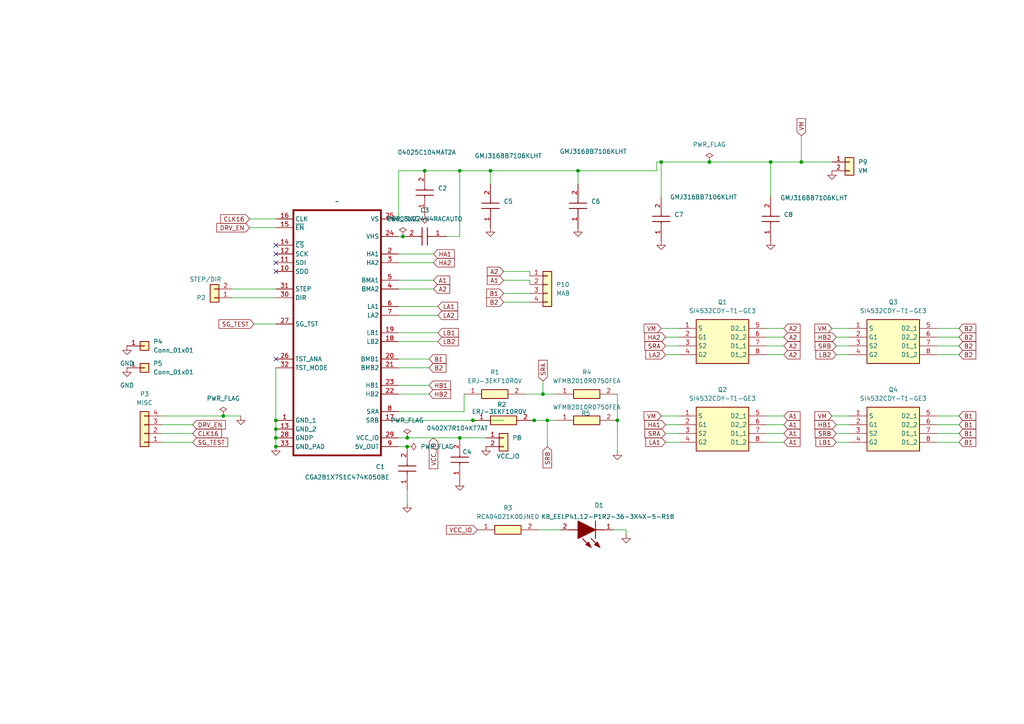
<source format=kicad_sch>
(kicad_sch (version 20231120) (generator "eeschema") (generator_version "8.0")
  (paper "A4")
  (lib_symbols
    (symbol "04025C104MAT2A:04025C104MAT2A" (pin_names hide)
      (property "Reference" "C" (at 8.89 6.35 0))
      (property "Value" "04025C104MAT2A" (at 8.89 3.81 0))
      (symbol "04025C104MAT2A_1_1"
        (polyline (pts (xy 5.08 0) (xy 5.588 0)) (stroke (width 0.254)))
        (polyline (pts (xy 5.588 2.54) (xy 5.588 -2.54)) (stroke (width 0.254)))
        (polyline (pts (xy 7.112 0) (xy 7.62 0)) (stroke (width 0.254)))
        (polyline (pts (xy 7.112 2.54) (xy 7.112 -2.54)) (stroke (width 0.254)))
        (pin passive line (at 0 0 0) (length 5.08) (name "1") (number "1"))
        (pin passive line (at 12.7 0 180) (length 5.08) (name "2") (number "2"))
      )
    )
    (symbol "0402X7R104KT7AT:0402X7R104KT7AT" (pin_names hide)
      (property "Reference" "C" (at 8.89 6.35 0))
      (property "Value" "0402X7R104KT7AT" (at 8.89 3.81 0))
      (symbol "0402X7R104KT7AT_1_1"
        (polyline (pts (xy 5.08 0) (xy 5.588 0)) (stroke (width 0.254)))
        (polyline (pts (xy 5.588 2.54) (xy 5.588 -2.54)) (stroke (width 0.254)))
        (polyline (pts (xy 7.112 0) (xy 7.62 0)) (stroke (width 0.254)))
        (polyline (pts (xy 7.112 2.54) (xy 7.112 -2.54)) (stroke (width 0.254)))
        (pin passive line (at 0 0 0) (length 5.08) (name "1") (number "1"))
        (pin passive line (at 12.7 0 180) (length 5.08) (name "2") (number "2"))
      )
    )
    (symbol "C0603X224K4RACAUTO:C0603X224K4RACAUTO" (pin_names hide)
      (property "Reference" "C" (at 8.89 6.35 0))
      (property "Value" "C0603X224K4RACAUTO" (at 8.89 3.81 0))
      (symbol "C0603X224K4RACAUTO_1_1"
        (polyline (pts (xy 5.08 0) (xy 5.588 0)) (stroke (width 0.254)))
        (polyline (pts (xy 5.588 2.54) (xy 5.588 -2.54)) (stroke (width 0.254)))
        (polyline (pts (xy 7.112 0) (xy 7.62 0)) (stroke (width 0.254)))
        (polyline (pts (xy 7.112 2.54) (xy 7.112 -2.54)) (stroke (width 0.254)))
        (pin passive line (at 0 0 0) (length 5.08) (name "1") (number "1"))
        (pin passive line (at 12.7 0 180) (length 5.08) (name "2") (number "2"))
      )
    )
    (symbol "CGA2B1X7S1C474K050BE:CGA2B1X7S1C474K050BE" (pin_names hide)
      (property "Reference" "C" (at 8.89 6.35 0))
      (property "Value" "CGA2B1X7S1C474K050BE" (at 8.89 3.81 0))
      (symbol "CGA2B1X7S1C474K050BE_1_1"
        (polyline (pts (xy 5.08 0) (xy 5.588 0)) (stroke (width 0.254)))
        (polyline (pts (xy 5.588 2.54) (xy 5.588 -2.54)) (stroke (width 0.254)))
        (polyline (pts (xy 7.112 0) (xy 7.62 0)) (stroke (width 0.254)))
        (polyline (pts (xy 7.112 2.54) (xy 7.112 -2.54)) (stroke (width 0.254)))
        (pin passive line (at 0 0 0) (length 5.08) (name "1") (number "1"))
        (pin passive line (at 12.7 0 180) (length 5.08) (name "2") (number "2"))
      )
    )
    (symbol "Connector_Generic:Conn_01x01" (pin_names (offset 1.016) hide)
      (property "Reference" "J" (at 0 2.54 0))
      (property "Value" "Conn_01x01" (at 0 -2.54 0))
      (symbol "Conn_01x01_1_1"
        (rectangle (start -1.27 0.127) (end 0 -0.127) (stroke (width 0.1524)))
        (rectangle (start -1.27 1.27) (end 1.27 -1.27) (stroke (width 0.254)) (fill (type background)))
        (pin passive line (at -5.08 0 0) (length 3.81) (name "Pin_1") (number "1"))
      )
    )
    (symbol "Connector_Generic:Conn_01x02" (pin_names (offset 1.016) hide)
      (property "Reference" "J" (at 0 2.54 0))
      (property "Value" "Conn_01x02" (at 0 -5.08 0))
      (symbol "Conn_01x02_1_1"
        (rectangle (start -1.27 -2.413) (end 0 -2.667) (stroke (width 0.1524)))
        (rectangle (start -1.27 0.127) (end 0 -0.127) (stroke (width 0.1524)))
        (rectangle (start -1.27 1.27) (end 1.27 -3.81) (stroke (width 0.254)) (fill (type background)))
        (pin passive line (at -5.08 0 0) (length 3.81) (name "Pin_1") (number "1"))
        (pin passive line (at -5.08 -2.54 0) (length 3.81) (name "Pin_2") (number "2"))
      )
    )
    (symbol "Connector_Generic:Conn_01x04" (pin_names (offset 1.016) hide)
      (property "Reference" "J" (at 0 5.08 0))
      (property "Value" "Conn_01x04" (at 0 -7.62 0))
      (symbol "Conn_01x04_1_1"
        (rectangle (start -1.27 -4.953) (end 0 -5.207) (stroke (width 0.1524)))
        (rectangle (start -1.27 -2.413) (end 0 -2.667) (stroke (width 0.1524)))
        (rectangle (start -1.27 0.127) (end 0 -0.127) (stroke (width 0.1524)))
        (rectangle (start -1.27 2.667) (end 0 2.413) (stroke (width 0.1524)))
        (rectangle (start -1.27 3.81) (end 1.27 -6.35) (stroke (width 0.254)) (fill (type background)))
        (pin passive line (at -5.08 2.54 0) (length 3.81) (name "Pin_1") (number "1"))
        (pin passive line (at -5.08 0 0) (length 3.81) (name "Pin_2") (number "2"))
        (pin passive line (at -5.08 -2.54 0) (length 3.81) (name "Pin_3") (number "3"))
        (pin passive line (at -5.08 -5.08 0) (length 3.81) (name "Pin_4") (number "4"))
      )
    )
    (symbol "GMJ316BB7106KLHT:GMJ316BB7106KLHT" (pin_names hide)
      (property "Reference" "C" (at 8.89 6.35 0))
      (property "Value" "GMJ316BB7106KLHT" (at 8.89 3.81 0))
      (symbol "GMJ316BB7106KLHT_1_1"
        (polyline (pts (xy 5.08 0) (xy 5.588 0)) (stroke (width 0.254)))
        (polyline (pts (xy 5.588 2.54) (xy 5.588 -2.54)) (stroke (width 0.254)))
        (polyline (pts (xy 7.112 0) (xy 7.62 0)) (stroke (width 0.254)))
        (polyline (pts (xy 7.112 2.54) (xy 7.112 -2.54)) (stroke (width 0.254)))
        (pin passive line (at 0 0 0) (length 5.08) (name "1") (number "1"))
        (pin passive line (at 12.7 0 180) (length 5.08) (name "2") (number "2"))
      )
    )
    (symbol "KB_EELP41_12-P1R2-36-3X4X-5-R1:KB_EELP41.12-P1R2-36-3X4X-5-R18" (pin_names hide)
      (property "Reference" "LED" (at 12.7 8.89 0))
      (property "Value" "KB_EELP41.12-P1R2-36-3X4X-5-R18" (at 12.7 6.35 0))
      (symbol "KB_EELP41.12-P1R2-36-3X4X-5-R18_1_1"
        (polyline (pts (xy 2.54 0) (xy 5.08 0)) (stroke (width 0.254)))
        (polyline (pts (xy 5.08 2.54) (xy 5.08 -2.54)) (stroke (width 0.254)))
        (polyline (pts (xy 6.35 2.54) (xy 3.81 5.08)) (stroke (width 0.254)))
        (polyline (pts (xy 8.89 2.54) (xy 6.35 5.08)) (stroke (width 0.254)))
        (polyline (pts (xy 10.16 0) (xy 12.7 0)) (stroke (width 0.254)))
        (polyline (pts (xy 5.08 0) (xy 10.16 2.54) (xy 10.16 -2.54) (xy 5.08 0)) (stroke (width 0.254)) (fill (type outline)))
        (polyline (pts (xy 5.334 4.318) (xy 4.572 3.556) (xy 3.81 5.08) (xy 5.334 4.318)) (stroke (width 0.254)) (fill (type outline)))
        (polyline (pts (xy 7.874 4.318) (xy 7.112 3.556) (xy 6.35 5.08) (xy 7.874 4.318)) (stroke (width 0.254)) (fill (type outline)))
        (pin passive line (at 0 0 0) (length 2.54) (name "K") (number "1"))
        (pin passive line (at 15.24 0 180) (length 2.54) (name "A") (number "2"))
      )
    )
    (symbol "MOSFET_library:SI4532CDY-T1-GE3"
      (property "Reference" "Q" (at 21.59 7.62 0))
      (property "Value" "SI4532CDY-T1-GE3" (at 21.59 5.08 0))
      (symbol "SI4532CDY-T1-GE3_1_1"
        (rectangle (start 5.08 2.54) (end 20.32 -10.16) (stroke (width 0.254)) (fill (type background)))
        (pin passive line (at 0 0 0) (length 5.08) (name "S") (number "1"))
        (pin passive line (at 0 -2.54 0) (length 5.08) (name "G1") (number "2"))
        (pin passive line (at 0 -5.08 0) (length 5.08) (name "S2") (number "3"))
        (pin passive line (at 0 -7.62 0) (length 5.08) (name "G2") (number "4"))
        (pin passive line (at 25.4 0 180) (length 5.08) (name "D2_1") (number "5"))
        (pin passive line (at 25.4 -2.54 180) (length 5.08) (name "D2_2") (number "6"))
        (pin passive line (at 25.4 -5.08 180) (length 5.08) (name "D1_1") (number "7"))
        (pin passive line (at 25.4 -7.62 180) (length 5.08) (name "D1_2") (number "8"))
      )
    )
    (symbol "RCA04021K00JNED:RCA04021K00JNED" (pin_names hide)
      (property "Reference" "R" (at 13.97 6.35 0))
      (property "Value" "RCA04021K00JNED" (at 13.97 3.81 0))
      (symbol "RCA04021K00JNED_1_1"
        (rectangle (start 5.08 1.27) (end 12.7 -1.27) (stroke (width 0.254)) (fill (type background)))
        (pin passive line (at 0 0 0) (length 5.08) (name "1") (number "1"))
        (pin passive line (at 17.78 0 180) (length 5.08) (name "2") (number "2"))
      )
    )
    (symbol "TMC262-LA:TMC262-LA"
      (property "Reference" "IC" (at 17.78 3.81 0))
      (symbol "TMC262-LA_1_0"
        (polyline (pts (xy 5.08 -68.58) (xy 30.48 -68.58)) (stroke (width 0.51)))
        (polyline (pts (xy 5.08 2.54) (xy 5.08 -68.58)) (stroke (width 0.51)))
        (polyline (pts (xy 30.48 -68.58) (xy 30.48 2.54)) (stroke (width 0.51)))
        (polyline (pts (xy 30.48 2.54) (xy 5.08 2.54)) (stroke (width 0.51)))
        (pin power_in line (at 0 -58.42 0) (length 5.08) (name "GND_1") (number "1"))
        (pin output line (at 0 -15.24 0) (length 5.08) (name "SDO") (number "10"))
        (pin input line (at 0 -12.7 0) (length 5.08) (name "SDI") (number "11"))
        (pin input line (at 0 -10.16 0) (length 5.08) (name "SCK") (number "12"))
        (pin power_in line (at 0 -60.96 0) (length 5.08) (name "GND_2") (number "13"))
        (pin input line (at 0 -7.62 0) (length 5.08) (name "~{CS}") (number "14"))
        (pin input line (at 0 -2.54 0) (length 5.08) (name "~{EN}") (number "15"))
        (pin input line (at 0 0 0) (length 5.08) (name "CLK") (number "16"))
        (pin input line (at 35.56 -58.42 180) (length 5.08) (name "SRB") (number "17"))
        (pin output line (at 35.56 -35.56 180) (length 5.08) (name "LB2") (number "18"))
        (pin output line (at 35.56 -33.02 180) (length 5.08) (name "LB1") (number "19"))
        (pin output line (at 35.56 -10.16 180) (length 5.08) (name "HA1") (number "2"))
        (pin input line (at 35.56 -40.64 180) (length 5.08) (name "BMB1") (number "20"))
        (pin input line (at 35.56 -43.18 180) (length 5.08) (name "BMB2") (number "21"))
        (pin output line (at 35.56 -50.8 180) (length 5.08) (name "HB2") (number "22"))
        (pin output line (at 35.56 -48.26 180) (length 5.08) (name "HB1") (number "23"))
        (pin power_in line (at 35.56 -5.08 180) (length 5.08) (name "VHS") (number "24"))
        (pin power_in line (at 35.56 0 180) (length 5.08) (name "VS") (number "25"))
        (pin output line (at 0 -40.64 0) (length 5.08) (name "TST_ANA") (number "26"))
        (pin output line (at 0 -30.48 0) (length 5.08) (name "SG_TST") (number "27"))
        (pin power_in line (at 0 -63.5 0) (length 5.08) (name "GNDP") (number "28"))
        (pin power_in line (at 35.56 -63.5 180) (length 5.08) (name "VCC_IO") (number "29"))
        (pin output line (at 35.56 -12.7 180) (length 5.08) (name "HA2") (number "3"))
        (pin input line (at 0 -22.86 0) (length 5.08) (name "DIR") (number "30"))
        (pin input line (at 0 -20.32 0) (length 5.08) (name "STEP") (number "31"))
        (pin input line (at 0 -43.18 0) (length 5.08) (name "TST_MODE") (number "32"))
        (pin power_in line (at 0 -66.04 0) (length 5.08) (name "GND_PAD") (number "33"))
        (pin input line (at 35.56 -20.32 180) (length 5.08) (name "BMA2") (number "4"))
        (pin input line (at 35.56 -17.78 180) (length 5.08) (name "BMA1") (number "5"))
        (pin output line (at 35.56 -25.4 180) (length 5.08) (name "LA1") (number "6"))
        (pin output line (at 35.56 -27.94 180) (length 5.08) (name "LA2") (number "7"))
        (pin input line (at 35.56 -55.88 180) (length 5.08) (name "SRA") (number "8"))
        (pin power_in line (at 35.56 -66.04 180) (length 5.08) (name "5V_OUT") (number "9"))
      )
    )
    (symbol "WFMB2010R0750FEA:WFMB2010R0750FEA" (pin_names hide)
      (property "Reference" "R" (at 13.97 6.35 0))
      (property "Value" "WFMB2010R0750FEA" (at 13.97 3.81 0))
      (symbol "WFMB2010R0750FEA_1_1"
        (rectangle (start 5.08 1.27) (end 12.7 -1.27) (stroke (width 0.254)) (fill (type background)))
        (pin passive line (at 0 0 0) (length 5.08) (name "1") (number "1"))
        (pin passive line (at 17.78 0 180) (length 5.08) (name "2") (number "2"))
      )
    )
    (symbol "WSR2R0500FEA:WSR2R0500FEA" (pin_names hide)
      (property "Reference" "R" (at 13.97 6.35 0))
      (property "Value" "WSR2R0500FEA" (at 13.97 3.81 0))
      (symbol "WSR2R0500FEA_1_1"
        (rectangle (start 5.08 1.27) (end 12.7 -1.27) (stroke (width 0.254)) (fill (type background)))
        (pin passive line (at 0 0 0) (length 5.08) (name "1") (number "1"))
        (pin passive line (at 17.78 0 180) (length 5.08) (name "2") (number "2"))
      )
    )
    (symbol "power:GND" (power) (pin_numbers hide) (pin_names (offset 0) hide)
      (property "Value" "GND" (at 0 -3.81 0))
      (symbol "GND_0_1"
        (polyline (pts (xy 0 0) (xy 0 -1.27) (xy 1.27 -1.27) (xy 0 -2.54) (xy -1.27 -1.27) (xy 0 -1.27)))
      )
      (symbol "GND_1_1"
        (pin power_in line (at 0 0 270) (length 0) (name "~") (number "1"))
      )
    )
    (symbol "power:PWR_FLAG" (power) (pin_numbers hide) (pin_names (offset 0) hide)
      (property "Value" "PWR_FLAG" (at 0 3.81 0))
      (symbol "PWR_FLAG_0_0"
        (pin power_out line (at 0 0 90) (length 0) (name "~") (number "1"))
      )
      (symbol "PWR_FLAG_0_1"
        (polyline (pts (xy 0 0) (xy 0 1.27) (xy -1.016 1.905) (xy 0 2.54) (xy 1.016 1.905) (xy 0 1.27)))
      )
    )
  )
  (junction (at 158.75 121.92))
  (junction (at 80.01 124.46))
  (junction (at 232.41 46.99))
  (junction (at 154.94 121.92))
  (junction (at 179.07 121.92))
  (junction (at 116.84 68.58))
  (junction (at 205.74 46.99))
  (junction (at 157.48 114.3))
  (junction (at 223.52 46.99))
  (junction (at 80.01 127))
  (junction (at 191.77 46.99))
  (junction (at 80.01 121.92))
  (junction (at 118.11 129.54))
  (junction (at 80.01 129.54))
  (junction (at 123.19 49.53))
  (junction (at 118.11 127))
  (junction (at 64.77 120.65))
  (junction (at 167.64 49.53))
  (junction (at 137.16 121.92))
  (junction (at 133.35 49.53))
  (junction (at 142.24 49.53))
  (junction (at 133.35 127))
  (no_connect (at 80.01 78.74))
  (no_connect (at 80.01 73.66))
  (no_connect (at 80.01 71.12))
  (no_connect (at 80.01 104.14))
  (no_connect (at 80.01 76.2))
  (wire (pts (xy 241.3 120.65) (xy 246.38 120.65)))
  (wire (pts (xy 115.57 127) (xy 118.11 127)))
  (wire (pts (xy 246.38 123.19) (xy 242.57 123.19)))
  (wire (pts (xy 115.57 49.53) (xy 123.19 49.53)))
  (wire (pts (xy 278.13 123.19) (xy 271.78 123.19)))
  (wire (pts (xy 278.13 125.73) (xy 271.78 125.73)))
  (wire (pts (xy 80.01 121.92) (xy 80.01 124.46)))
  (wire (pts (xy 73.66 93.98) (xy 80.01 93.98)))
  (wire (pts (xy 115.57 104.14) (xy 124.46 104.14)))
  (wire (pts (xy 146.05 81.28) (xy 153.67 81.28)))
  (wire (pts (xy 193.04 125.73) (xy 196.85 125.73)))
  (wire (pts (xy 246.38 97.79) (xy 242.57 97.79)))
  (wire (pts (xy 222.25 120.65) (xy 227.33 120.65)))
  (wire (pts (xy 133.35 127) (xy 140.97 127)))
  (wire (pts (xy 196.85 102.87) (xy 193.04 102.87)))
  (wire (pts (xy 246.38 100.33) (xy 242.57 100.33)))
  (wire (pts (xy 190.5 46.99) (xy 190.5 49.53)))
  (wire (pts (xy 167.64 49.53) (xy 190.5 49.53)))
  (wire (pts (xy 278.13 102.87) (xy 271.78 102.87)))
  (wire (pts (xy 133.35 49.53) (xy 142.24 49.53)))
  (wire (pts (xy 222.25 125.73) (xy 227.33 125.73)))
  (wire (pts (xy 222.25 128.27) (xy 227.33 128.27)))
  (wire (pts (xy 191.77 120.65) (xy 196.85 120.65)))
  (wire (pts (xy 246.38 125.73) (xy 242.57 125.73)))
  (wire (pts (xy 179.07 114.3) (xy 179.07 121.92)))
  (wire (pts (xy 115.57 63.5) (xy 115.57 49.53)))
  (wire (pts (xy 46.99 125.73) (xy 55.88 125.73)))
  (wire (pts (xy 67.31 83.82) (xy 80.01 83.82)))
  (wire (pts (xy 167.64 49.53) (xy 167.64 53.34)))
  (wire (pts (xy 191.77 46.99) (xy 191.77 57.15)))
  (wire (pts (xy 181.61 153.67) (xy 181.61 154.94)))
  (wire (pts (xy 222.25 95.25) (xy 227.33 95.25)))
  (wire (pts (xy 158.75 121.92) (xy 158.75 129.54)))
  (wire (pts (xy 193.04 100.33) (xy 196.85 100.33)))
  (wire (pts (xy 154.94 121.92) (xy 153.67 121.92)))
  (wire (pts (xy 46.99 123.19) (xy 55.88 123.19)))
  (wire (pts (xy 142.24 49.53) (xy 142.24 53.34)))
  (wire (pts (xy 222.25 102.87) (xy 227.33 102.87)))
  (wire (pts (xy 115.57 76.2) (xy 125.73 76.2)))
  (wire (pts (xy 191.77 46.99) (xy 205.74 46.99)))
  (wire (pts (xy 222.25 97.79) (xy 227.33 97.79)))
  (wire (pts (xy 232.41 46.99) (xy 223.52 46.99)))
  (wire (pts (xy 115.57 129.54) (xy 118.11 129.54)))
  (wire (pts (xy 191.77 95.25) (xy 196.85 95.25)))
  (wire (pts (xy 118.11 127) (xy 133.35 127)))
  (wire (pts (xy 278.13 97.79) (xy 271.78 97.79)))
  (wire (pts (xy 80.01 127) (xy 80.01 129.54)))
  (wire (pts (xy 116.84 68.58) (xy 115.57 68.58)))
  (wire (pts (xy 158.75 121.92) (xy 154.94 121.92)))
  (wire (pts (xy 72.39 63.5) (xy 80.01 63.5)))
  (wire (pts (xy 156.21 153.67) (xy 162.56 153.67)))
  (wire (pts (xy 115.57 99.06) (xy 127 99.06)))
  (wire (pts (xy 115.57 106.68) (xy 124.46 106.68)))
  (wire (pts (xy 246.38 128.27) (xy 242.57 128.27)))
  (wire (pts (xy 153.67 81.28) (xy 153.67 82.55)))
  (wire (pts (xy 115.57 83.82) (xy 125.73 83.82)))
  (wire (pts (xy 241.3 46.99) (xy 232.41 46.99)))
  (wire (pts (xy 129.54 68.58) (xy 133.35 68.58)))
  (wire (pts (xy 115.57 88.9) (xy 127 88.9)))
  (wire (pts (xy 278.13 95.25) (xy 271.78 95.25)))
  (wire (pts (xy 222.25 100.33) (xy 227.33 100.33)))
  (wire (pts (xy 115.57 81.28) (xy 125.73 81.28)))
  (wire (pts (xy 72.39 66.04) (xy 80.01 66.04)))
  (wire (pts (xy 157.48 110.49) (xy 157.48 114.3)))
  (wire (pts (xy 133.35 49.53) (xy 133.35 68.58)))
  (wire (pts (xy 134.62 114.3) (xy 134.62 119.38)))
  (wire (pts (xy 115.57 119.38) (xy 134.62 119.38)))
  (wire (pts (xy 196.85 128.27) (xy 193.04 128.27)))
  (wire (pts (xy 246.38 102.87) (xy 242.57 102.87)))
  (wire (pts (xy 115.57 111.76) (xy 124.46 111.76)))
  (wire (pts (xy 191.77 46.99) (xy 190.5 46.99)))
  (wire (pts (xy 177.8 153.67) (xy 181.61 153.67)))
  (wire (pts (xy 142.24 49.53) (xy 167.64 49.53)))
  (wire (pts (xy 161.29 114.3) (xy 157.48 114.3)))
  (wire (pts (xy 64.77 120.65) (xy 69.85 120.65)))
  (wire (pts (xy 46.99 120.65) (xy 64.77 120.65)))
  (wire (pts (xy 115.57 96.52) (xy 127 96.52)))
  (wire (pts (xy 278.13 120.65) (xy 271.78 120.65)))
  (wire (pts (xy 146.05 85.09) (xy 153.67 85.09)))
  (wire (pts (xy 67.31 86.36) (xy 80.01 86.36)))
  (wire (pts (xy 115.57 114.3) (xy 124.46 114.3)))
  (wire (pts (xy 137.16 121.92) (xy 146.05 121.92)))
  (wire (pts (xy 278.13 100.33) (xy 271.78 100.33)))
  (wire (pts (xy 115.57 73.66) (xy 125.73 73.66)))
  (wire (pts (xy 158.75 121.92) (xy 161.29 121.92)))
  (wire (pts (xy 118.11 142.24) (xy 118.11 146.05)))
  (wire (pts (xy 223.52 46.99) (xy 223.52 57.15)))
  (wire (pts (xy 278.13 128.27) (xy 271.78 128.27)))
  (wire (pts (xy 205.74 46.99) (xy 223.52 46.99)))
  (wire (pts (xy 146.05 87.63) (xy 153.67 87.63)))
  (wire (pts (xy 115.57 121.92) (xy 137.16 121.92)))
  (wire (pts (xy 222.25 123.19) (xy 227.33 123.19)))
  (wire (pts (xy 241.3 95.25) (xy 246.38 95.25)))
  (wire (pts (xy 146.05 78.74) (xy 153.67 78.74)))
  (wire (pts (xy 80.01 106.68) (xy 80.01 121.92)))
  (wire (pts (xy 153.67 78.74) (xy 153.67 80.01)))
  (wire (pts (xy 196.85 97.79) (xy 193.04 97.79)))
  (wire (pts (xy 46.99 128.27) (xy 55.88 128.27)))
  (wire (pts (xy 157.48 114.3) (xy 152.4 114.3)))
  (wire (pts (xy 80.01 124.46) (xy 80.01 127)))
  (wire (pts (xy 232.41 39.37) (xy 232.41 46.99)))
  (wire (pts (xy 123.19 49.53) (xy 133.35 49.53)))
  (wire (pts (xy 179.07 121.92) (xy 179.07 130.81)))
  (wire (pts (xy 196.85 123.19) (xy 193.04 123.19)))
  (wire (pts (xy 115.57 91.44) (xy 127 91.44)))
  (global_label "SG_TEST" (shape input) (at 55.88 128.27 0) (property "Intersheetrefs" "${INTERSHEET_REFS}" (effects (hide yes))))
  (global_label "SRA" (shape input) (at 157.48 110.49 90) (property "Intersheetrefs" "${INTERSHEET_REFS}" (effects (hide yes))))
  (global_label "HB2" (shape input) (at 242.57 97.79 180) (property "Intersheetrefs" "${INTERSHEET_REFS}" (effects (hide yes))))
  (global_label "B1" (shape input) (at 278.13 125.73 0) (property "Intersheetrefs" "${INTERSHEET_REFS}" (effects (hide yes))))
  (global_label "B2" (shape input) (at 124.46 106.68 0) (property "Intersheetrefs" "${INTERSHEET_REFS}" (effects (hide yes))))
  (global_label "A2" (shape input) (at 227.33 100.33 0) (property "Intersheetrefs" "${INTERSHEET_REFS}" (effects (hide yes))))
  (global_label "LA1" (shape input) (at 127 88.9 0) (property "Intersheetrefs" "${INTERSHEET_REFS}" (effects (hide yes))))
  (global_label "B1" (shape input) (at 124.46 104.14 0) (property "Intersheetrefs" "${INTERSHEET_REFS}" (effects (hide yes))))
  (global_label "VCC_IO" (shape input) (at 138.43 153.67 180) (property "Intersheetrefs" "${INTERSHEET_REFS}" (effects (hide yes))))
  (global_label "A1" (shape input) (at 125.73 81.28 0) (property "Intersheetrefs" "${INTERSHEET_REFS}" (effects (hide yes))))
  (global_label "HA2" (shape input) (at 193.04 97.79 180) (property "Intersheetrefs" "${INTERSHEET_REFS}" (effects (hide yes))))
  (global_label "HA1" (shape input) (at 193.04 123.19 180) (property "Intersheetrefs" "${INTERSHEET_REFS}" (effects (hide yes))))
  (global_label "VM" (shape input) (at 191.77 120.65 180) (property "Intersheetrefs" "${INTERSHEET_REFS}" (effects (hide yes))))
  (global_label "A2" (shape input) (at 125.73 83.82 0) (property "Intersheetrefs" "${INTERSHEET_REFS}" (effects (hide yes))))
  (global_label "VM" (shape input) (at 232.41 39.37 90) (property "Intersheetrefs" "${INTERSHEET_REFS}" (effects (hide yes))))
  (global_label "A1" (shape input) (at 227.33 123.19 0) (property "Intersheetrefs" "${INTERSHEET_REFS}" (effects (hide yes))))
  (global_label "LA2" (shape input) (at 193.04 102.87 180) (property "Intersheetrefs" "${INTERSHEET_REFS}" (effects (hide yes))))
  (global_label "LB1" (shape input) (at 127 96.52 0) (property "Intersheetrefs" "${INTERSHEET_REFS}" (effects (hide yes))))
  (global_label "B2" (shape input) (at 278.13 97.79 0) (property "Intersheetrefs" "${INTERSHEET_REFS}" (effects (hide yes))))
  (global_label "B2" (shape input) (at 278.13 100.33 0) (property "Intersheetrefs" "${INTERSHEET_REFS}" (effects (hide yes))))
  (global_label "DRV_EN" (shape input) (at 55.88 123.19 0) (property "Intersheetrefs" "${INTERSHEET_REFS}" (effects (hide yes))))
  (global_label "LA2" (shape input) (at 127 91.44 0) (property "Intersheetrefs" "${INTERSHEET_REFS}" (effects (hide yes))))
  (global_label "LB1" (shape input) (at 242.57 128.27 180) (property "Intersheetrefs" "${INTERSHEET_REFS}" (effects (hide yes))))
  (global_label "HB1" (shape input) (at 124.46 111.76 0) (property "Intersheetrefs" "${INTERSHEET_REFS}" (effects (hide yes))))
  (global_label "DRV_EN" (shape input) (at 72.39 66.04 180) (property "Intersheetrefs" "${INTERSHEET_REFS}" (effects (hide yes))))
  (global_label "B1" (shape input) (at 146.05 85.09 180) (property "Intersheetrefs" "${INTERSHEET_REFS}" (effects (hide yes))))
  (global_label "B1" (shape input) (at 278.13 128.27 0) (property "Intersheetrefs" "${INTERSHEET_REFS}" (effects (hide yes))))
  (global_label "A2" (shape input) (at 227.33 97.79 0) (property "Intersheetrefs" "${INTERSHEET_REFS}" (effects (hide yes))))
  (global_label "SRA" (shape input) (at 193.04 125.73 180) (property "Intersheetrefs" "${INTERSHEET_REFS}" (effects (hide yes))))
  (global_label "VM" (shape input) (at 241.3 95.25 180) (property "Intersheetrefs" "${INTERSHEET_REFS}" (effects (hide yes))))
  (global_label "B1" (shape input) (at 278.13 120.65 0) (property "Intersheetrefs" "${INTERSHEET_REFS}" (effects (hide yes))))
  (global_label "A1" (shape input) (at 227.33 125.73 0) (property "Intersheetrefs" "${INTERSHEET_REFS}" (effects (hide yes))))
  (global_label "HB2" (shape input) (at 124.46 114.3 0) (property "Intersheetrefs" "${INTERSHEET_REFS}" (effects (hide yes))))
  (global_label "SRB" (shape input) (at 242.57 100.33 180) (property "Intersheetrefs" "${INTERSHEET_REFS}" (effects (hide yes))))
  (global_label "B2" (shape input) (at 278.13 95.25 0) (property "Intersheetrefs" "${INTERSHEET_REFS}" (effects (hide yes))))
  (global_label "CLK16" (shape input) (at 72.39 63.5 180) (property "Intersheetrefs" "${INTERSHEET_REFS}" (effects (hide yes))))
  (global_label "B2" (shape input) (at 146.05 87.63 180) (property "Intersheetrefs" "${INTERSHEET_REFS}" (effects (hide yes))))
  (global_label "B2" (shape input) (at 278.13 102.87 0) (property "Intersheetrefs" "${INTERSHEET_REFS}" (effects (hide yes))))
  (global_label "HB1" (shape input) (at 242.57 123.19 180) (property "Intersheetrefs" "${INTERSHEET_REFS}" (effects (hide yes))))
  (global_label "LB2" (shape input) (at 242.57 102.87 180) (property "Intersheetrefs" "${INTERSHEET_REFS}" (effects (hide yes))))
  (global_label "SRB" (shape input) (at 158.75 129.54 270) (property "Intersheetrefs" "${INTERSHEET_REFS}" (effects (hide yes))))
  (global_label "LB2" (shape input) (at 127 99.06 0) (property "Intersheetrefs" "${INTERSHEET_REFS}" (effects (hide yes))))
  (global_label "B1" (shape input) (at 278.13 123.19 0) (property "Intersheetrefs" "${INTERSHEET_REFS}" (effects (hide yes))))
  (global_label "SRA" (shape input) (at 193.04 100.33 180) (property "Intersheetrefs" "${INTERSHEET_REFS}" (effects (hide yes))))
  (global_label "HA2" (shape input) (at 125.73 76.2 0) (property "Intersheetrefs" "${INTERSHEET_REFS}" (effects (hide yes))))
  (global_label "LA1" (shape input) (at 193.04 128.27 180) (property "Intersheetrefs" "${INTERSHEET_REFS}" (effects (hide yes))))
  (global_label "A1" (shape input) (at 146.05 81.28 180) (property "Intersheetrefs" "${INTERSHEET_REFS}" (effects (hide yes))))
  (global_label "SRB" (shape input) (at 242.57 125.73 180) (property "Intersheetrefs" "${INTERSHEET_REFS}" (effects (hide yes))))
  (global_label "VM" (shape input) (at 191.77 95.25 180) (property "Intersheetrefs" "${INTERSHEET_REFS}" (effects (hide yes))))
  (global_label "CLK16" (shape input) (at 55.88 125.73 0) (property "Intersheetrefs" "${INTERSHEET_REFS}" (effects (hide yes))))
  (global_label "A2" (shape input) (at 146.05 78.74 180) (property "Intersheetrefs" "${INTERSHEET_REFS}" (effects (hide yes))))
  (global_label "SG_TEST" (shape input) (at 73.66 93.98 180) (property "Intersheetrefs" "${INTERSHEET_REFS}" (effects (hide yes))))
  (global_label "A2" (shape input) (at 227.33 95.25 0) (property "Intersheetrefs" "${INTERSHEET_REFS}" (effects (hide yes))))
  (global_label "A1" (shape input) (at 227.33 120.65 0) (property "Intersheetrefs" "${INTERSHEET_REFS}" (effects (hide yes))))
  (global_label "A2" (shape input) (at 227.33 102.87 0) (property "Intersheetrefs" "${INTERSHEET_REFS}" (effects (hide yes))))
  (global_label "VCC_IO" (shape input) (at 125.73 127 270) (property "Intersheetrefs" "${INTERSHEET_REFS}" (effects (hide yes))))
  (global_label "VM" (shape input) (at 241.3 120.65 180) (property "Intersheetrefs" "${INTERSHEET_REFS}" (effects (hide yes))))
  (global_label "HA1" (shape input) (at 125.73 73.66 0) (property "Intersheetrefs" "${INTERSHEET_REFS}" (effects (hide yes))))
  (global_label "A1" (shape input) (at 227.33 128.27 0) (property "Intersheetrefs" "${INTERSHEET_REFS}" (effects (hide yes))))
  (symbol (lib_id "MOSFET_library:SI4532CDY-T1-GE3") (at 246.38 95.25 0) (unit 1)
    (property "Reference" "Q3" (at 259.08 87.63 0))
    (property "Value" "SI4532CDY-T1-GE3" (at 259.08 90.17 0))
    (property "Footprint" "SOT127P600X175-8N" (effects (hide yes)))
    (property "Datasheet" "http://www.vishay.com/docs/64805/si4532cd.pdf" (effects (hide yes)))
    (property "Description" "Vishay SI4532CDY-T1-GE3 Dual N/P-channel MOSFET Transistor, 8-Pin SOIC" (effects (hide yes)))
    (property "Height" "1.75" (effects (hide yes)))
    (property "Mouser Part Number" "781-SI4532CDY-GE3" (effects (hide yes)))
    (property "Mouser Price/Stock" "https://www.mouser.co.uk/ProductDetail/Vishay-Semiconductors/SI4532CDY-T1-GE3?qs=45wPT2wjtGnob1HAmZ9n7g%3D%3D" (effects (hide yes)))
    (property "Manufacturer_Name" "Vishay" (effects (hide yes)))
    (property "Manufacturer_Part_Number" "SI4532CDY-T1-GE3" (effects (hide yes)))
  )
  (symbol (lib_id "power:GND") (at 142.24 66.04 0) (unit 1)
    (property "Reference" "#PWR09" (effects (hide yes)))
    (property "Value" "GND" (effects (hide yes)))
    (property "Description" "Power symbol creates a global label with name \"GND\" , ground" (effects (hide yes)))
  )
  (symbol (lib_id "MOSFET_library:SI4532CDY-T1-GE3") (at 196.85 120.65 0) (unit 1)
    (property "Reference" "Q2" (at 209.55 113.03 0))
    (property "Value" "SI4532CDY-T1-GE3" (at 209.55 115.57 0))
    (property "Footprint" "SOT127P600X175-8N" (effects (hide yes)))
    (property "Datasheet" "http://www.vishay.com/docs/64805/si4532cd.pdf" (effects (hide yes)))
    (property "Description" "Vishay SI4532CDY-T1-GE3 Dual N/P-channel MOSFET Transistor, 8-Pin SOIC" (effects (hide yes)))
    (property "Height" "1.75" (effects (hide yes)))
    (property "Mouser Part Number" "781-SI4532CDY-GE3" (effects (hide yes)))
    (property "Mouser Price/Stock" "https://www.mouser.co.uk/ProductDetail/Vishay-Semiconductors/SI4532CDY-T1-GE3?qs=45wPT2wjtGnob1HAmZ9n7g%3D%3D" (effects (hide yes)))
    (property "Manufacturer_Name" "Vishay" (effects (hide yes)))
    (property "Manufacturer_Part_Number" "SI4532CDY-T1-GE3" (effects (hide yes)))
  )
  (symbol (lib_id "WFMB2010R0750FEA:WFMB2010R0750FEA") (at 161.29 121.92 0) (unit 1)
    (property "Reference" "R5" (at 169.926 119.888 0))
    (property "Value" "WFMB2010R0750FEA" (at 170.18 118.11 0))
    (property "Footprint" "Resistor_SMD:R_2010_5025Metric" (effects (hide yes)))
    (property "Datasheet" "https://datasheet.datasheetarchive.com/originals/distributors/Datasheets_SAMA/ca61f143e72def871d1e0aad69108011.pdf" (effects (hide yes)))
    (property "Description" "Vishay 0.075, 2010 (5025M) SMD Resistor +/-1% 2W - WFMB2010R0750FEA" (effects (hide yes)))
    (property "Height" "0.65" (effects (hide yes)))
    (property "Mouser Part Number" "71-WFMB2010R0750FEA" (effects (hide yes)))
    (property "Mouser Price/Stock" "https://www.mouser.co.uk/ProductDetail/Vishay/WFMB2010R0750FEA?qs=2WXlatMagcGsU%2F2ZtxxQZw%3D%3D" (effects (hide yes)))
    (property "Manufacturer_Name" "Vishay" (effects (hide yes)))
    (property "Manufacturer_Part_Number" "WFMB2010R0750FEA" (effects (hide yes)))
  )
  (symbol (lib_id "MOSFET_library:SI4532CDY-T1-GE3") (at 246.38 120.65 0) (unit 1)
    (property "Reference" "Q4" (at 259.08 113.03 0))
    (property "Value" "SI4532CDY-T1-GE3" (at 259.08 115.57 0))
    (property "Footprint" "SOT127P600X175-8N" (effects (hide yes)))
    (property "Datasheet" "http://www.vishay.com/docs/64805/si4532cd.pdf" (effects (hide yes)))
    (property "Description" "Vishay SI4532CDY-T1-GE3 Dual N/P-channel MOSFET Transistor, 8-Pin SOIC" (effects (hide yes)))
    (property "Height" "1.75" (effects (hide yes)))
    (property "Mouser Part Number" "781-SI4532CDY-GE3" (effects (hide yes)))
    (property "Mouser Price/Stock" "https://www.mouser.co.uk/ProductDetail/Vishay-Semiconductors/SI4532CDY-T1-GE3?qs=45wPT2wjtGnob1HAmZ9n7g%3D%3D" (effects (hide yes)))
    (property "Manufacturer_Name" "Vishay" (effects (hide yes)))
    (property "Manufacturer_Part_Number" "SI4532CDY-T1-GE3" (effects (hide yes)))
  )
  (symbol (lib_id "power:GND") (at 140.97 129.54 0) (unit 1)
    (property "Reference" "#PWR08" (effects (hide yes)))
    (property "Value" "GND" (effects (hide yes)))
    (property "Description" "Power symbol creates a global label with name \"GND\" , ground" (effects (hide yes)))
  )
  (symbol (lib_id "GMJ316BB7106KLHT:GMJ316BB7106KLHT") (at 223.52 69.85 90) (unit 1)
    (property "Reference" "C8" (at 227.33 62.2299 90) (effects (justify right)))
    (property "Value" "GMJ316BB7106KLHT" (at 226.314 57.404 90) (effects (justify right)))
    (property "Footprint" "Capacitor_SMD:C_1206_3216Metric" (effects (hide yes)))
    (property "Datasheet" "https://datasheet.datasheetarchive.com/originals/distributors/DKDS-37/730539.pdf" (effects (hide yes)))
    (property "Description" "Multilayer Ceramic Capacitors MLCC - SMD/SMT 10uF 35V X7R 10% 1206 Flx AEC-Q200" (effects (hide yes)))
    (property "Height" "1.25" (effects (hide yes)))
    (property "Mouser Part Number" "963-GMJ316BB7106KLHT" (effects (hide yes)))
    (property "Mouser Price/Stock" "https://www.mouser.co.uk/ProductDetail/Taiyo-Yuden/GMJ316BB7106KLHT?qs=6oMev5NRZMHsJBH%2FrXfPIA%3D%3D" (effects (hide yes)))
    (property "Manufacturer_Name" "TAIYO YUDEN" (effects (hide yes)))
    (property "Manufacturer_Part_Number" "GMJ316BB7106KLHT" (effects (hide yes)))
  )
  (symbol (lib_id "Connector_Generic:Conn_01x02") (at 62.23 86.36 180) (unit 1)
    (property "Reference" "P2" (at 59.69 86.3601 0) (effects (justify left)))
    (property "Value" "STEP/DIR" (at 64.262 81.026 0) (effects (justify left)))
    (property "Footprint" "Connector_PinHeader_2.54mm:PinHeader_1x02_P2.54mm_Vertical" (effects (hide yes)))
    (property "Description" "Generic connector, single row, 01x02, script generated (kicad-library-utils/schlib/autogen/connector/)" (effects (hide yes)))
  )
  (symbol (lib_id "power:GND") (at 69.85 120.65 0) (unit 1)
    (property "Reference" "#PWR03" (effects (hide yes)))
    (property "Value" "GND" (effects (hide yes)))
    (property "Description" "Power symbol creates a global label with name \"GND\" , ground" (effects (hide yes)))
  )
  (symbol (lib_id "power:PWR_FLAG") (at 118.11 127 0) (unit 1)
    (property "Reference" "#FLG03" (effects (hide yes)))
    (property "Value" "PWR_FLAG" (at 118.11 121.92 0))
    (property "Description" "Special symbol for telling ERC where power comes from" (effects (hide yes)))
  )
  (symbol (lib_id "GMJ316BB7106KLHT:GMJ316BB7106KLHT") (at 167.64 66.04 90) (unit 1)
    (property "Reference" "C6" (at 171.45 58.4199 90) (effects (justify right)))
    (property "Value" "GMJ316BB7106KLHT" (at 162.306 43.942 90) (effects (justify right)))
    (property "Footprint" "Capacitor_SMD:C_1206_3216Metric" (effects (hide yes)))
    (property "Datasheet" "https://datasheet.datasheetarchive.com/originals/distributors/DKDS-37/730539.pdf" (effects (hide yes)))
    (property "Description" "Multilayer Ceramic Capacitors MLCC - SMD/SMT 10uF 35V X7R 10% 1206 Flx AEC-Q200" (effects (hide yes)))
    (property "Height" "1.25" (effects (hide yes)))
    (property "Mouser Part Number" "963-GMJ316BB7106KLHT" (effects (hide yes)))
    (property "Mouser Price/Stock" "https://www.mouser.co.uk/ProductDetail/Taiyo-Yuden/GMJ316BB7106KLHT?qs=6oMev5NRZMHsJBH%2FrXfPIA%3D%3D" (effects (hide yes)))
    (property "Manufacturer_Name" "TAIYO YUDEN" (effects (hide yes)))
    (property "Manufacturer_Part_Number" "GMJ316BB7106KLHT" (effects (hide yes)))
  )
  (symbol (lib_id "Connector_Generic:Conn_01x01") (at 41.91 106.68 0) (unit 1)
    (property "Reference" "P5" (at 44.45 105.4099 0) (effects (justify left)))
    (property "Value" "Conn_01x01" (at 44.45 107.9499 0) (effects (justify left)))
    (property "Footprint" "Connector_PinHeader_2.54mm:PinHeader_1x01_P2.54mm_Vertical" (effects (hide yes)))
    (property "Description" "Generic connector, single row, 01x01, script generated (kicad-library-utils/schlib/autogen/connector/)" (effects (hide yes)))
  )
  (symbol (lib_id "04025C104MAT2A:04025C104MAT2A") (at 123.19 62.23 90) (unit 1)
    (property "Reference" "C2" (at 127 54.6099 90) (effects (justify right)))
    (property "Value" "04025C104MAT2A" (at 115.316 44.196 90) (effects (justify right)))
    (property "Footprint" "Capacitor_SMD:C_0402_1005Metric" (effects (hide yes)))
    (property "Description" "Multilayer Ceramic Capacitors MLCC - SMD/SMT 35V 1uF, X5R 0603 10%" (effects (hide yes)))
    (property "Height" "0.56" (effects (hide yes)))
    (property "Mouser Part Number" "581-04025C104MAT2A" (effects (hide yes)))
    (property "Mouser Price/Stock" "https://www.mouser.co.uk/ProductDetail/KYOCERA-AVX/04025C104MAT2A?qs=ZBeOGGPQgEGQ0HX3nPVD%252Bg%3D%3D" (effects (hide yes)))
    (property "Manufacturer_Name" "Kyocera AVX" (effects (hide yes)))
    (property "Manufacturer_Part_Number" "04025C104MAT2A" (effects (hide yes)))
  )
  (symbol (lib_id "power:GND") (at 36.83 100.33 0) (unit 1)
    (property "Reference" "#PWR01" (effects (hide yes)))
    (property "Value" "GND" (at 36.83 105.41 0))
    (property "Description" "Power symbol creates a global label with name \"GND\" , ground" (effects (hide yes)))
  )
  (symbol (lib_id "power:GND") (at 80.01 129.54 0) (unit 1)
    (property "Reference" "#PWR04" (effects (hide yes)))
    (property "Value" "GND" (effects (hide yes)))
    (property "Description" "Power symbol creates a global label with name \"GND\" , ground" (effects (hide yes)))
  )
  (symbol (lib_id "power:PWR_FLAG") (at 205.74 46.99 0) (unit 1)
    (property "Reference" "#FLG05" (effects (hide yes)))
    (property "Value" "PWR_FLAG" (at 205.74 41.91 0))
    (property "Description" "Special symbol for telling ERC where power comes from" (effects (hide yes)))
  )
  (symbol (lib_id "WSR2R0500FEA:WSR2R0500FEA") (at 137.16 121.92 0) (unit 1)
    (property "Reference" "R2" (at 145.542 117.348 0))
    (property "Value" "ERJ-3EKF10R0V" (at 144.78 119.38 0))
    (property "Footprint" "Resistor_SMD:R_0603_1608Metric" (effects (hide yes)))
    (property "Datasheet" "https://componentsearchengine.com/Datasheets/1/WSR2R0500FEA.pdf" (effects (hide yes)))
    (property "Description" "WSR2 SMD Resistor,2W,1%,R050 Vishay WSR2 Series Metal Strip Low Ohmic Surface Mount Resistor 4527 Case 50m +/-1% 2W +/-75ppm/C" (effects (hide yes)))
    (property "Height" "2.537" (effects (hide yes)))
    (property "Mouser Part Number" "71-WSR2R0500FEA" (effects (hide yes)))
    (property "Mouser Price/Stock" "https://www.mouser.com/Search/Refine.aspx?Keyword=71-WSR2R0500FEA" (effects (hide yes)))
    (property "Manufacturer_Name" "Vishay" (effects (hide yes)))
    (property "Manufacturer_Part_Number" "WSR2R0500FEA" (effects (hide yes)))
  )
  (symbol (lib_id "Connector_Generic:Conn_01x04") (at 41.91 125.73 180) (unit 1)
    (property "Reference" "P3" (at 41.91 114.3 0))
    (property "Value" "MISC" (at 41.91 116.84 0))
    (property "Footprint" "Connector_PinHeader_2.54mm:PinHeader_1x04_P2.54mm_Vertical" (effects (hide yes)))
    (property "Description" "Generic connector, single row, 01x04, script generated (kicad-library-utils/schlib/autogen/connector/)" (effects (hide yes)))
  )
  (symbol (lib_id "KB_EELP41_12-P1R2-36-3X4X-5-R1:KB_EELP41.12-P1R2-36-3X4X-5-R18") (at 177.8 153.67 180) (unit 1)
    (property "Reference" "D1" (at 173.736 146.558 0))
    (property "Value" "KB_EELP41.12-P1R2-36-3X4X-5-R18" (at 176.276 149.86 0))
    (property "Footprint" "LED_SMD:LED_0805_2012Metric" (effects (hide yes)))
    (property "Datasheet" "https://look.ams-osram.com/m/39e6c0644809f9ef/original/KB-EELP41-12.pdf" (effects (hide yes)))
    (property "Description" "LED, InGaN on Sapphire, Blue, SMD, 0603 [1608 Metric], 5 mA, 2.75 V, 474 nm" (effects (hide yes)))
    (property "Height" "0.5" (effects (hide yes)))
    (property "Mouser Part Number" "720-P4112P1R2363X4X5" (effects (hide yes)))
    (property "Mouser Price/Stock" "https://www.mouser.co.uk/ProductDetail/ams-OSRAM/KB-EELP41.12-P1R2-36-3X4X-5-R18?qs=ZcfC38r4PosE94aiRwY9DA%3D%3D" (effects (hide yes)))
    (property "Manufacturer_Name" "ams OSRAM" (effects (hide yes)))
    (property "Manufacturer_Part_Number" "KB EELP41.12-P1R2-36-3X4X-5-R18" (effects (hide yes)))
  )
  (symbol (lib_id "WSR2R0500FEA:WSR2R0500FEA") (at 134.62 114.3 0) (unit 1)
    (property "Reference" "R1" (at 143.51 107.95 0))
    (property "Value" "ERJ-3EKF10R0V" (at 143.51 110.49 0))
    (property "Footprint" "Resistor_SMD:R_0603_1608Metric" (effects (hide yes)))
    (property "Datasheet" "https://componentsearchengine.com/Datasheets/1/WSR2R0500FEA.pdf" (effects (hide yes)))
    (property "Description" "WSR2 SMD Resistor,2W,1%,R050 Vishay WSR2 Series Metal Strip Low Ohmic Surface Mount Resistor 4527 Case 50m +/-1% 2W +/-75ppm/C" (effects (hide yes)))
    (property "Height" "2.537" (effects (hide yes)))
    (property "Mouser Part Number" "71-WSR2R0500FEA" (effects (hide yes)))
    (property "Mouser Price/Stock" "https://www.mouser.com/Search/Refine.aspx?Keyword=71-WSR2R0500FEA" (effects (hide yes)))
    (property "Manufacturer_Name" "Vishay" (effects (hide yes)))
    (property "Manufacturer_Part_Number" "WSR2R0500FEA" (effects (hide yes)))
  )
  (symbol (lib_id "power:GND") (at 36.83 106.68 0) (unit 1)
    (property "Reference" "#PWR02" (effects (hide yes)))
    (property "Value" "GND" (at 36.83 111.76 0))
    (property "Description" "Power symbol creates a global label with name \"GND\" , ground" (effects (hide yes)))
  )
  (symbol (lib_id "power:PWR_FLAG") (at 118.11 129.54 270) (unit 1)
    (property "Reference" "#FLG04" (effects (hide yes)))
    (property "Value" "PWR_FLAG" (at 121.92 129.5399 90) (effects (justify left)))
    (property "Description" "Special symbol for telling ERC where power comes from" (effects (hide yes)))
  )
  (symbol (lib_id "Connector_Generic:Conn_01x04") (at 158.75 82.55 0) (unit 1)
    (property "Reference" "P10" (at 161.29 82.5499 0) (effects (justify left)))
    (property "Value" "MAB" (at 161.29 85.0899 0) (effects (justify left)))
    (property "Footprint" "Connector_PinHeader_2.54mm:PinHeader_1x04_P2.54mm_Vertical" (effects (hide yes)))
    (property "Description" "Generic connector, single row, 01x04, script generated (kicad-library-utils/schlib/autogen/connector/)" (effects (hide yes)))
  )
  (symbol (lib_id "power:GND") (at 123.19 62.23 0) (unit 1)
    (property "Reference" "#PWR06" (effects (hide yes)))
    (property "Value" "GND" (effects (hide yes)))
    (property "Description" "Power symbol creates a global label with name \"GND\" , ground" (effects (hide yes)))
  )
  (symbol (lib_id "power:PWR_FLAG") (at 116.84 68.58 0) (unit 1)
    (property "Reference" "#FLG02" (effects (hide yes)))
    (property "Value" "PWR_FLAG" (at 116.84 63.5 0))
    (property "Description" "Special symbol for telling ERC where power comes from" (effects (hide yes)))
  )
  (symbol (lib_id "power:GND") (at 167.64 66.04 0) (unit 1)
    (property "Reference" "#PWR010" (effects (hide yes)))
    (property "Value" "GND" (effects (hide yes)))
    (property "Description" "Power symbol creates a global label with name \"GND\" , ground" (effects (hide yes)))
  )
  (symbol (lib_id "TMC262-LA:TMC262-LA") (at 80.01 63.5 0) (unit 1)
    (property "Reference" "IC1" (effects (hide yes)))
    (property "Value" "~" (at 97.79 58.42 0) (effects (font (size 1.778 1.5113))))
    (property "Footprint" "Package_DFN_QFN:QFN-32-1EP_5x5mm_P0.5mm_EP3.3x3.3mm_ThermalVias" (effects (hide yes)))
    (property "Description" "Energy saving high resolution microstepping two phase stepper driver with Step/Dir, SPI, up to 60V, QFN32(5x5)" (effects (hide yes)))
  )
  (symbol (lib_id "power:GND") (at 179.07 130.81 0) (unit 1)
    (property "Reference" "#PWR011" (effects (hide yes)))
    (property "Value" "GND" (effects (hide yes)))
    (property "Description" "Power symbol creates a global label with name \"GND\" , ground" (effects (hide yes)))
  )
  (symbol (lib_id "C0603X224K4RACAUTO:C0603X224K4RACAUTO") (at 129.54 68.58 180) (unit 1)
    (property "Reference" "C3" (at 123.19 60.96 0))
    (property "Value" "C0603X224K4RACAUTO" (at 123.19 63.5 0))
    (property "Footprint" "Capacitor_SMD:C_0603_1608Metric" (effects (hide yes)))
    (property "Datasheet" "https://content.kemet.com/datasheets/KEM_C1078_X7R_FT-CAP_AUTO_SMD.pdf" (effects (hide yes)))
    (property "Description" "SMD Auto X7R Flex, Ceramic, 0.22 uF, 10%, 16 VDC, 40 VDC, 125C, -55C, X7R, SMD, MLCC, FT-CAP, Automotive Grade, 5 % , 2.2727 GOhms, 7.3 mg, 0603, 1.6mm, 0.8mm, 0.8mm, 0.58mm, 0.45mm, 4000, 78  Weeks, 80" (effects (hide yes)))
    (property "Height" "0.87" (effects (hide yes)))
    (property "Mouser Part Number" "80-C0603X224K4RAUTO" (effects (hide yes)))
    (property "Mouser Price/Stock" "https://www.mouser.co.uk/ProductDetail/KEMET/C0603X224K4RACAUTO?qs=i1BTgFBVgONZyNSwF3jKsg%3D%3D" (effects (hide yes)))
    (property "Manufacturer_Name" "KEMET" (effects (hide yes)))
    (property "Manufacturer_Part_Number" "C0603X224K4RACAUTO" (effects (hide yes)))
  )
  (symbol (lib_id "CGA2B1X7S1C474K050BE:CGA2B1X7S1C474K050BE") (at 118.11 142.24 90) (unit 1)
    (property "Reference" "C1" (at 108.966 135.382 90) (effects (justify right)))
    (property "Value" "CGA2B1X7S1C474K050BE" (at 88.392 138.43 90) (effects (justify right)))
    (property "Footprint" "Capacitor_SMD:C_0402_1005Metric" (effects (hide yes)))
    (property "Description" "Multilayer Ceramic Capacitors MLCC - SMD/SMT 0402 0.47uF 16volts X7S 10% Soft Term" (effects (hide yes)))
    (property "Height" "0.55" (effects (hide yes)))
    (property "Mouser Part Number" "810-CGA2B1X7S1C474KB" (effects (hide yes)))
    (property "Mouser Price/Stock" "https://www.mouser.co.uk/ProductDetail/TDK/CGA2B1X7S1C474K050BE?qs=nQSIdc08i%252BcGEyDh8LdwLg%3D%3D" (effects (hide yes)))
    (property "Manufacturer_Name" "TDK" (effects (hide yes)))
    (property "Manufacturer_Part_Number" "CGA2B1X7S1C474K050BE" (effects (hide yes)))
  )
  (symbol (lib_id "power:GND") (at 118.11 146.05 0) (unit 1)
    (property "Reference" "#PWR05" (effects (hide yes)))
    (property "Value" "GND" (effects (hide yes)))
    (property "Description" "Power symbol creates a global label with name \"GND\" , ground" (effects (hide yes)))
  )
  (symbol (lib_id "MOSFET_library:SI4532CDY-T1-GE3") (at 196.85 95.25 0) (unit 1)
    (property "Reference" "Q1" (at 209.55 87.63 0))
    (property "Value" "SI4532CDY-T1-GE3" (at 209.55 90.17 0))
    (property "Footprint" "SOT127P600X175-8N" (effects (hide yes)))
    (property "Datasheet" "http://www.vishay.com/docs/64805/si4532cd.pdf" (effects (hide yes)))
    (property "Description" "Vishay SI4532CDY-T1-GE3 Dual N/P-channel MOSFET Transistor, 8-Pin SOIC" (effects (hide yes)))
    (property "Height" "1.75" (effects (hide yes)))
    (property "Mouser Part Number" "781-SI4532CDY-GE3" (effects (hide yes)))
    (property "Mouser Price/Stock" "https://www.mouser.co.uk/ProductDetail/Vishay-Semiconductors/SI4532CDY-T1-GE3?qs=45wPT2wjtGnob1HAmZ9n7g%3D%3D" (effects (hide yes)))
    (property "Manufacturer_Name" "Vishay" (effects (hide yes)))
    (property "Manufacturer_Part_Number" "SI4532CDY-T1-GE3" (effects (hide yes)))
  )
  (symbol (lib_id "GMJ316BB7106KLHT:GMJ316BB7106KLHT") (at 191.77 69.85 90) (unit 1)
    (property "Reference" "C7" (at 195.58 62.2299 90) (effects (justify right)))
    (property "Value" "GMJ316BB7106KLHT" (at 194.31 57.15 90) (effects (justify right)))
    (property "Footprint" "Capacitor_SMD:C_1206_3216Metric" (effects (hide yes)))
    (property "Datasheet" "https://datasheet.datasheetarchive.com/originals/distributors/DKDS-37/730539.pdf" (effects (hide yes)))
    (property "Description" "Multilayer Ceramic Capacitors MLCC - SMD/SMT 10uF 35V X7R 10% 1206 Flx AEC-Q200" (effects (hide yes)))
    (property "Height" "1.25" (effects (hide yes)))
    (property "Mouser Part Number" "963-GMJ316BB7106KLHT" (effects (hide yes)))
    (property "Mouser Price/Stock" "https://www.mouser.co.uk/ProductDetail/Taiyo-Yuden/GMJ316BB7106KLHT?qs=6oMev5NRZMHsJBH%2FrXfPIA%3D%3D" (effects (hide yes)))
    (property "Manufacturer_Name" "TAIYO YUDEN" (effects (hide yes)))
    (property "Manufacturer_Part_Number" "GMJ316BB7106KLHT" (effects (hide yes)))
  )
  (symbol (lib_id "power:GND") (at 181.61 154.94 0) (unit 1)
    (property "Reference" "#PWR012" (effects (hide yes)))
    (property "Value" "GND" (effects (hide yes)))
    (property "Description" "Power symbol creates a global label with name \"GND\" , ground" (effects (hide yes)))
  )
  (symbol (lib_id "WFMB2010R0750FEA:WFMB2010R0750FEA") (at 161.29 114.3 0) (unit 1)
    (property "Reference" "R4" (at 170.18 107.95 0))
    (property "Value" "WFMB2010R0750FEA" (at 170.18 110.49 0))
    (property "Footprint" "Resistor_SMD:R_2010_5025Metric" (effects (hide yes)))
    (property "Datasheet" "https://datasheet.datasheetarchive.com/originals/distributors/Datasheets_SAMA/ca61f143e72def871d1e0aad69108011.pdf" (effects (hide yes)))
    (property "Description" "Vishay 0.075, 2010 (5025M) SMD Resistor +/-1% 2W - WFMB2010R0750FEA" (effects (hide yes)))
    (property "Height" "0.65" (effects (hide yes)))
    (property "Mouser Part Number" "71-WFMB2010R0750FEA" (effects (hide yes)))
    (property "Mouser Price/Stock" "https://www.mouser.co.uk/ProductDetail/Vishay/WFMB2010R0750FEA?qs=2WXlatMagcGsU%2F2ZtxxQZw%3D%3D" (effects (hide yes)))
    (property "Manufacturer_Name" "Vishay" (effects (hide yes)))
    (property "Manufacturer_Part_Number" "WFMB2010R0750FEA" (effects (hide yes)))
  )
  (symbol (lib_id "GMJ316BB7106KLHT:GMJ316BB7106KLHT") (at 142.24 66.04 90) (unit 1)
    (property "Reference" "C5" (at 146.05 58.4199 90) (effects (justify right)))
    (property "Value" "GMJ316BB7106KLHT" (at 137.668 45.212 90) (effects (justify right)))
    (property "Footprint" "Capacitor_SMD:C_1206_3216Metric" (effects (hide yes)))
    (property "Datasheet" "https://datasheet.datasheetarchive.com/originals/distributors/DKDS-37/730539.pdf" (effects (hide yes)))
    (property "Description" "Multilayer Ceramic Capacitors MLCC - SMD/SMT 10uF 35V X7R 10% 1206 Flx AEC-Q200" (effects (hide yes)))
    (property "Height" "1.25" (effects (hide yes)))
    (property "Mouser Part Number" "963-GMJ316BB7106KLHT" (effects (hide yes)))
    (property "Mouser Price/Stock" "https://www.mouser.co.uk/ProductDetail/Taiyo-Yuden/GMJ316BB7106KLHT?qs=6oMev5NRZMHsJBH%2FrXfPIA%3D%3D" (effects (hide yes)))
    (property "Manufacturer_Name" "TAIYO YUDEN" (effects (hide yes)))
    (property "Manufacturer_Part_Number" "GMJ316BB7106KLHT" (effects (hide yes)))
  )
  (symbol (lib_id "power:GND") (at 241.3 49.53 0) (unit 1)
    (property "Reference" "#PWR015" (effects (hide yes)))
    (property "Value" "GND" (effects (hide yes)))
    (property "Description" "Power symbol creates a global label with name \"GND\" , ground" (effects (hide yes)))
  )
  (symbol (lib_id "power:PWR_FLAG") (at 64.77 120.65 0) (unit 1)
    (property "Reference" "#FLG01" (effects (hide yes)))
    (property "Value" "PWR_FLAG" (at 64.77 115.57 0))
    (property "Description" "Special symbol for telling ERC where power comes from" (effects (hide yes)))
  )
  (symbol (lib_id "0402X7R104KT7AT:0402X7R104KT7AT") (at 133.35 139.7 90) (unit 1)
    (property "Reference" "C4" (at 134.112 131.064 90) (effects (justify right)))
    (property "Value" "0402X7R104KT7AT" (at 123.698 124.206 90) (effects (justify right)))
    (property "Footprint" "Capacitor_SMD:C_0402_1005Metric" (effects (hide yes)))
    (property "Datasheet" "https://www.mouser.es/datasheet/2/40/general_purpose-3169586.pdf" (effects (hide yes)))
    (property "Description" "Ceramic Capacitor, Multilayer, Ceramic, 16V, 10% +Tol, 10% -Tol, X7R, 15% TC, 0.1uF, Surface Mount, 0402" (effects (hide yes)))
    (property "Height" "0.61" (effects (hide yes)))
    (property "Mouser Part Number" "581-0402X7R104KT7AT" (effects (hide yes)))
    (property "Mouser Price/Stock" "https://www.mouser.co.uk/ProductDetail/KYOCERA-AVX/0402X7R104KT7AT?qs=DPoM0jnrROXD467pFR2ukA%3D%3D" (effects (hide yes)))
    (property "Manufacturer_Name" "Kyocera AVX" (effects (hide yes)))
    (property "Manufacturer_Part_Number" "0402X7R104KT7AT" (effects (hide yes)))
  )
  (symbol (lib_id "power:GND") (at 191.77 69.85 0) (unit 1)
    (property "Reference" "#PWR013" (effects (hide yes)))
    (property "Value" "GND" (effects (hide yes)))
    (property "Description" "Power symbol creates a global label with name \"GND\" , ground" (effects (hide yes)))
  )
  (symbol (lib_id "Connector_Generic:Conn_01x01") (at 41.91 100.33 0) (unit 1)
    (property "Reference" "P4" (at 44.45 99.0599 0) (effects (justify left)))
    (property "Value" "Conn_01x01" (at 44.45 101.5999 0) (effects (justify left)))
    (property "Footprint" "Connector_PinHeader_2.54mm:PinHeader_1x01_P2.54mm_Vertical" (effects (hide yes)))
    (property "Description" "Generic connector, single row, 01x01, script generated (kicad-library-utils/schlib/autogen/connector/)" (effects (hide yes)))
  )
  (symbol (lib_id "RCA04021K00JNED:RCA04021K00JNED") (at 138.43 153.67 0) (unit 1)
    (property "Reference" "R3" (at 147.32 147.32 0))
    (property "Value" "RCA04021K00JNED" (at 147.32 149.86 0))
    (property "Footprint" "Resistor_SMD:R_0402_1005Metric" (effects (hide yes)))
    (property "Datasheet" "https://www.vishay.com/docs/20037/rcae3.pdf" (effects (hide yes)))
    (property "Description" "Thick Film Resistors - SMD RCA0402 1K0 5% 200 ET7 e3" (effects (hide yes)))
    (property "Height" "0.4" (effects (hide yes)))
    (property "Mouser Part Number" "71-RCA04021K00JNED" (effects (hide yes)))
    (property "Mouser Price/Stock" "https://www.mouser.co.uk/ProductDetail/Vishay-Draloric/RCA04021K00JNED?qs=%2F1ulvxij7NGYIps%252BNngVLQ%3D%3D" (effects (hide yes)))
    (property "Manufacturer_Name" "Vishay" (effects (hide yes)))
    (property "Manufacturer_Part_Number" "RCA04021K00JNED" (effects (hide yes)))
  )
  (symbol (lib_id "Connector_Generic:Conn_01x02") (at 246.38 46.99 0) (unit 1)
    (property "Reference" "P9" (at 248.92 46.9899 0) (effects (justify left)))
    (property "Value" "VM" (at 248.92 49.5299 0) (effects (justify left)))
    (property "Footprint" "Connector_Phoenix_MSTB:PhoenixContact_MSTBA_2,5_2-G_1x02_P5.00mm_Horizontal" (effects (hide yes)))
    (property "Description" "Generic connector, single row, 01x02, script generated (kicad-library-utils/schlib/autogen/connector/)" (effects (hide yes)))
  )
  (symbol (lib_id "power:GND") (at 133.35 139.7 0) (unit 1)
    (property "Reference" "#PWR07" (effects (hide yes)))
    (property "Value" "GND" (effects (hide yes)))
    (property "Description" "Power symbol creates a global label with name \"GND\" , ground" (effects (hide yes)))
  )
  (symbol (lib_id "power:GND") (at 223.52 69.85 0) (unit 1)
    (property "Reference" "#PWR014" (effects (hide yes)))
    (property "Value" "GND" (effects (hide yes)))
    (property "Description" "Power symbol creates a global label with name \"GND\" , ground" (effects (hide yes)))
  )
  (symbol (lib_id "Connector_Generic:Conn_01x02") (at 146.05 127 0) (unit 1)
    (property "Reference" "P8" (at 148.59 126.9999 0) (effects (justify left)))
    (property "Value" "VCC_IO" (at 144.018 132.334 0) (effects (justify left)))
    (property "Footprint" "Connector_PinHeader_2.54mm:PinHeader_1x02_P2.54mm_Vertical" (effects (hide yes)))
    (property "Description" "Generic connector, single row, 01x02, script generated (kicad-library-utils/schlib/autogen/connector/)" (effects (hide yes)))
  )
)
</source>
